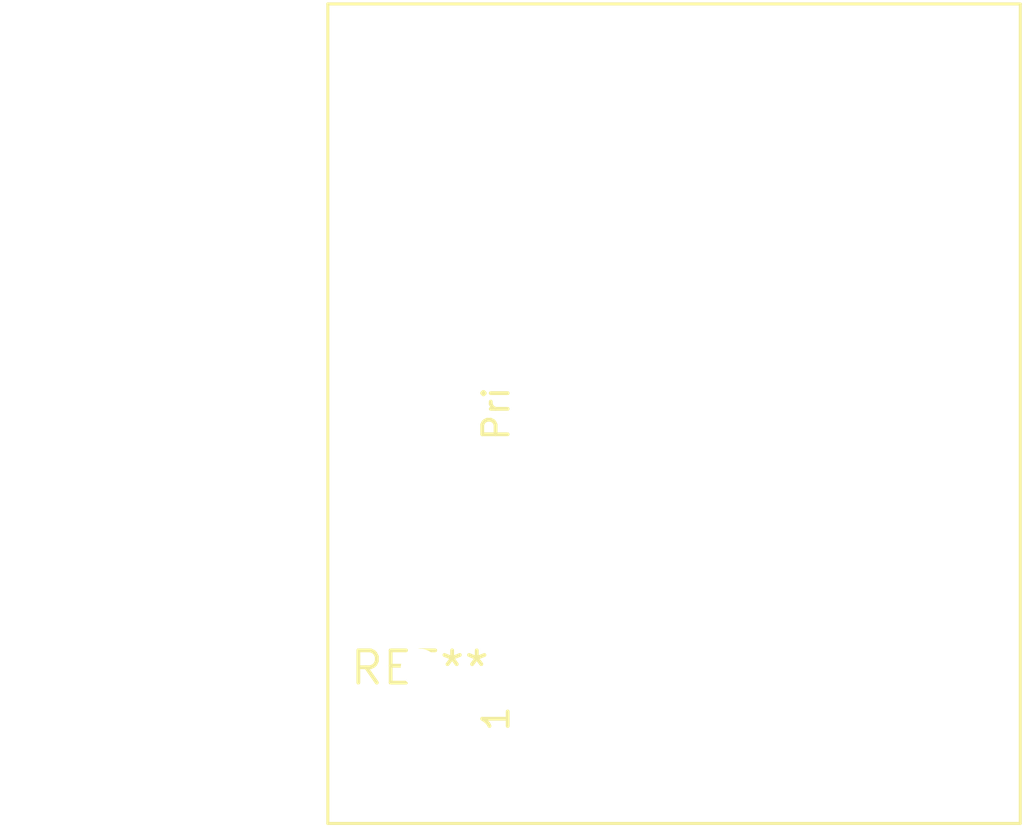
<source format=kicad_pcb>
(kicad_pcb (version 20240108) (generator pcbnew)
  (layers (0 "F.Cu" signal) (31 "B.Cu" signal) (34 "B.Paste" user) (35 "F.Paste" user) (36 "B.SilkS" user "B.Silkscreen") (37 "F.SilkS" user "F.Silkscreen") (38 "B.Mask" user) (39 "F.Mask" user) (44 "Edge.Cuts" user))
  (net 0 "")
  (footprint "Transformer_CHK_EI30-2VA_2xSec" (layer "F.Cu") (at 0 0)
    (property "Reference" "REF**")
    (property "Value" "Transformer_CHK_EI30-2VA_2xSec")
    (fp_line (start -3.62 -26.12) (end -3.62 6.12) (layer "F.SilkS") (stroke (width 0.12)))
    (fp_line (start -3.62 -26.12) (end 23.62 -26.12) (layer "F.SilkS") (stroke (width 0.12)))
    (fp_line (start 23.62 6.12) (end -3.62 6.12) (layer "F.SilkS") (stroke (width 0.12)))
    (fp_line (start 23.62 6.12) (end 23.62 -26.12) (layer "F.SilkS") (stroke (width 0.12)))
    (fp_text user "1" (at 3 2 90) (layer "F.SilkS"))
    (fp_text user "Pri" (at 3 -10 90) (layer "F.SilkS"))
    (pad "1" thru_hole circle (at 0 0) (size 3 3) (drill 1.5) (layers *.Cu *.Mask) (remove_unused_layers))
    (pad "2" thru_hole circle (at 0 -5) (size 3 3) (drill 1.5) (layers *.Cu *.Mask) (remove_unused_layers))
    (pad "3" thru_hole circle (at 0 -10) (size 3 3) (drill 1.5) (layers *.Cu *.Mask) (remove_unused_layers))
    (pad "4" thru_hole circle (at 0 -15) (size 3 3) (drill 1.5) (layers *.Cu *.Mask) (remove_unused_layers))
    (pad "5" thru_hole circle (at 0 -20) (size 3 3) (drill 1.5) (layers *.Cu *.Mask) (remove_unused_layers))
    (pad "6" thru_hole circle (at 20 -20) (size 3 3) (drill 1.5) (layers *.Cu *.Mask) (remove_unused_layers))
    (pad "7" thru_hole circle (at 20 -15) (size 3 3) (drill 1.5) (layers *.Cu *.Mask) (remove_unused_layers))
    (pad "8" thru_hole circle (at 20 -10) (size 3 3) (drill 1.5) (layers *.Cu *.Mask) (remove_unused_layers))
    (pad "9" thru_hole circle (at 20 -5) (size 3 3) (drill 1.5) (layers *.Cu *.Mask) (remove_unused_layers))
    (pad "10" thru_hole circle (at 20 0) (size 3 3) (drill 1.5) (layers *.Cu *.Mask) (remove_unused_layers))
  )
)
</source>
